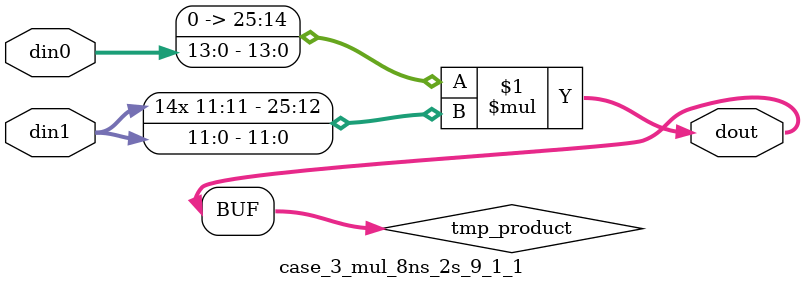
<source format=v>

`timescale 1 ns / 1 ps

 (* use_dsp = "no" *)  module case_3_mul_8ns_2s_9_1_1(din0, din1, dout);
parameter ID = 1;
parameter NUM_STAGE = 0;
parameter din0_WIDTH = 14;
parameter din1_WIDTH = 12;
parameter dout_WIDTH = 26;

input [din0_WIDTH - 1 : 0] din0; 
input [din1_WIDTH - 1 : 0] din1; 
output [dout_WIDTH - 1 : 0] dout;

wire signed [dout_WIDTH - 1 : 0] tmp_product;

























assign tmp_product = $signed({1'b0, din0}) * $signed(din1);










assign dout = tmp_product;





















endmodule

</source>
